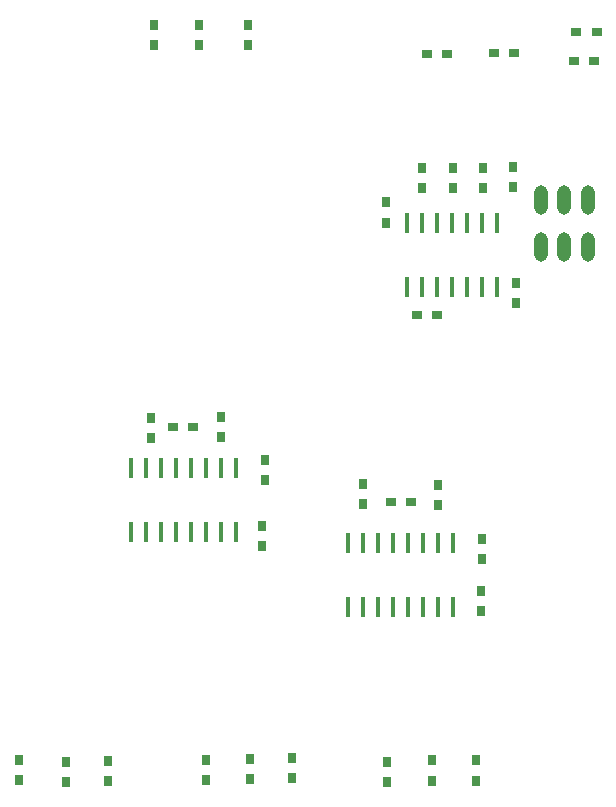
<source format=gtp>
%TF.GenerationSoftware,Novarm,DipTrace,3.3.1.3*%
%TF.CreationDate,2020-06-26T14:00:03+00:00*%
%FSLAX35Y35*%
%MOMM*%
%TF.FileFunction,Paste,Top*%
%TF.Part,Single*%
%ADD41O,1.2X2.5*%
%ADD53R,0.4X1.8*%
%ADD65R,0.9X0.8*%
%ADD67R,0.8X0.9*%
G75*
G01*
%LPD*%
D67*
X3364410Y3919880D3*
Y4089880D3*
X4178150Y1071067D3*
Y1241067D3*
D65*
X3577500Y1556000D3*
X3407500D3*
D67*
X4168793Y797090D3*
Y627090D3*
X3175000Y1534000D3*
Y1704000D3*
X3809750Y1525330D3*
Y1695330D3*
X2344807Y1741213D3*
Y1911213D3*
D65*
X1736250Y2190750D3*
X1566250D3*
D67*
X2312870Y1351747D3*
Y1181747D3*
X1375617Y2097303D3*
Y2267303D3*
X1966023Y2103480D3*
Y2273480D3*
X4127390Y-634723D3*
Y-804723D3*
X2574283Y-614667D3*
Y-784667D3*
X3758610Y-634723D3*
Y-804723D3*
X2219340Y-623443D3*
Y-793443D3*
X1013013Y-637423D3*
Y-807423D3*
X660003Y-650800D3*
Y-820800D3*
X3937473Y4382437D3*
Y4212437D3*
X3670763Y4384007D3*
Y4214007D3*
X4441443Y4386710D3*
Y4216710D3*
X4187427Y4382667D3*
Y4212667D3*
X3373580Y-645343D3*
Y-815343D3*
X263000Y-632777D3*
Y-802777D3*
X1843000Y-630833D3*
Y-800833D3*
D65*
X5149080Y5536727D3*
X4979080D3*
D67*
X1400493Y5424187D3*
Y5594187D3*
X1786450Y5424187D3*
Y5594187D3*
X2194930Y5424187D3*
Y5594187D3*
D65*
X4282993Y5357700D3*
X4452993D3*
X3801580Y3136260D3*
X3631580D3*
D67*
X4470947Y3410180D3*
Y3240180D3*
D65*
X4961377Y5290813D3*
X5131377D3*
X3713803Y5347167D3*
X3883803D3*
D53*
X3937000Y1206500D3*
X3810000D3*
X3683000D3*
X3556000D3*
X3429000D3*
X3302000D3*
X3175000D3*
X3048000D3*
Y666500D3*
X3175000D3*
X3302000D3*
X3429000D3*
X3556000D3*
X3683000D3*
X3810000D3*
X3937000D3*
X2095500Y1841500D3*
X1968500D3*
X1841500D3*
X1714500D3*
X1587500D3*
X1460500D3*
X1333500D3*
X1206500D3*
Y1301500D3*
X1333500D3*
X1460500D3*
X1587500D3*
X1714500D3*
X1841500D3*
X1968500D3*
X2095500D3*
D41*
X4876683Y3710980D3*
X4676683D3*
X5076683D3*
X4875113Y4108173D3*
X4675113D3*
X5075113D3*
D53*
X3540617Y3374717D3*
X3667617D3*
X3794617D3*
X3921617D3*
X4048617D3*
X4175617D3*
X4302617D3*
Y3914717D3*
X4175617D3*
X4048617D3*
X3921617D3*
X3794617D3*
X3667617D3*
X3540617D3*
M02*

</source>
